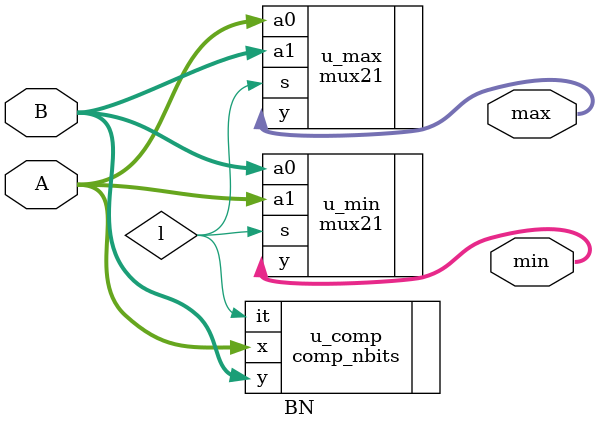
<source format=v>


/*COPYING
=======

Copyright:  Copyright (C) 2024 Thaís Laura
Licence:    GPL-3.0-ou-posterior

This file is part of Projeto Final de Sistemas Digitais.

    This program is free software: you can redistribute it and/or modify
    it under the terms of the GNU General Public License as published by
    the Free Software Foundation, either version 3 of the License, or
    (at your option) any later version.

    This program is distributed in the hope that it will be useful,
    but WITHOUT ANY WARRANTY; without even the implied warranty of
    MERCHANTABILITY or FITNESS FOR A PARTICULAR PURPOSE.  See the
    GNU General Public License for more details.

    You should have received a copy of the GNU General Public License
    along with this program.  If not, see <https://www.gnu.org/licenses/>6.
*/

/*
Módulo: BN

Descrição:
Esse módulo implementa um Basic Network de ordenação, retornando o maior e o menor valor entre as duas entradas. 
Utiliza outros dois módulos: comp_nbits e mux21.

Parâmetros:
- Size: quantidade de bits 
Output:
- max, min: o maior e o menor valor respectivamente
Input:
- A, B: valores a serem comparados

*/


`timescale 1 ns/100 ps

module BN #(parameter Size=8) (
    output [Size-1:0] max, min,
    input [Size-1:0] A, B
);

reg l;

    comp_nbits #(Size) u_comp (
        .it(l),
        .x(A),
        .y(B)
    );

	mux21 #(Size) u_max (
        .y(max),
        .s(l),
        .a1(B),
        .a0(A)
    );
	
	mux21 #(Size) u_min (
        .y(min),
        .s(l),
        .a1(A),
        .a0(B)
    );



endmodule

</source>
